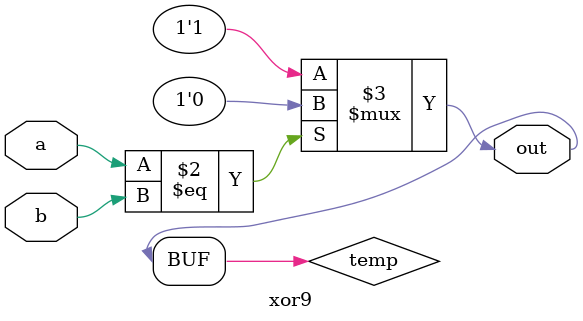
<source format=v>
module xor9 (
  input a,
  input b,
  output wire out
);

    reg temp;
    always @(*) begin
        temp = (a == b) ? 1'b0 : 1'b1; // Check if bits are equal
    end
    
    assign out = temp;
endmodule
</source>
